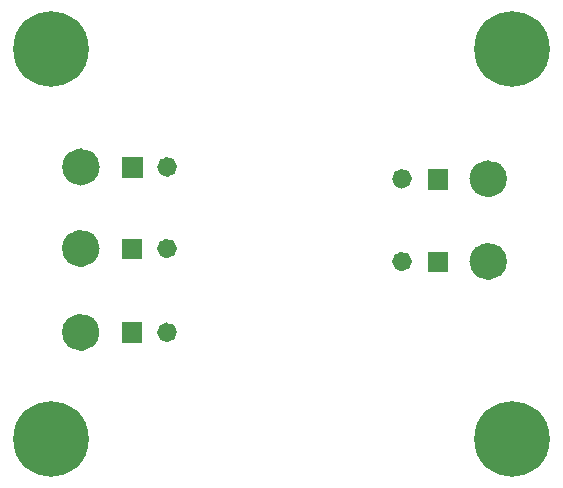
<source format=gbr>
%TF.GenerationSoftware,KiCad,Pcbnew,7.0.1*%
%TF.CreationDate,2023-05-02T18:28:53-06:00*%
%TF.ProjectId,contactor_controller,636f6e74-6163-4746-9f72-5f636f6e7472,rev?*%
%TF.SameCoordinates,Original*%
%TF.FileFunction,Soldermask,Bot*%
%TF.FilePolarity,Negative*%
%FSLAX46Y46*%
G04 Gerber Fmt 4.6, Leading zero omitted, Abs format (unit mm)*
G04 Created by KiCad (PCBNEW 7.0.1) date 2023-05-02 18:28:53*
%MOMM*%
%LPD*%
G01*
G04 APERTURE LIST*
%ADD10C,0.836200*%
%ADD11C,1.576200*%
%ADD12C,0.010000*%
%ADD13C,3.000000*%
%ADD14C,0.800000*%
%ADD15C,6.400000*%
G04 APERTURE END LIST*
D10*
%TO.C,J3*%
X144818100Y-100500000D02*
G75*
G03*
X144818100Y-100500000I-418100J0D01*
G01*
D11*
X152488100Y-100500000D02*
G75*
G03*
X152488100Y-100500000I-788100J0D01*
G01*
D12*
X148236200Y-101336200D02*
X146563800Y-101336200D01*
X146563800Y-99663800D01*
X148236200Y-99663800D01*
X148236200Y-101336200D01*
G36*
X148236200Y-101336200D02*
G01*
X146563800Y-101336200D01*
X146563800Y-99663800D01*
X148236200Y-99663800D01*
X148236200Y-101336200D01*
G37*
D10*
%TO.C,J4*%
X144818100Y-93500000D02*
G75*
G03*
X144818100Y-93500000I-418100J0D01*
G01*
D11*
X152488100Y-93500000D02*
G75*
G03*
X152488100Y-93500000I-788100J0D01*
G01*
D12*
X148236200Y-94336200D02*
X146563800Y-94336200D01*
X146563800Y-92663800D01*
X148236200Y-92663800D01*
X148236200Y-94336200D01*
G36*
X148236200Y-94336200D02*
G01*
X146563800Y-94336200D01*
X146563800Y-92663800D01*
X148236200Y-92663800D01*
X148236200Y-94336200D01*
G37*
D10*
%TO.C,J6*%
X124918100Y-99400000D02*
G75*
G03*
X124918100Y-99400000I-418100J0D01*
G01*
D11*
X117988100Y-99400000D02*
G75*
G03*
X117988100Y-99400000I-788100J0D01*
G01*
D12*
X122336200Y-100236200D02*
X120663800Y-100236200D01*
X120663800Y-98563800D01*
X122336200Y-98563800D01*
X122336200Y-100236200D01*
G36*
X122336200Y-100236200D02*
G01*
X120663800Y-100236200D01*
X120663800Y-98563800D01*
X122336200Y-98563800D01*
X122336200Y-100236200D01*
G37*
D10*
%TO.C,J5*%
X124918100Y-106500000D02*
G75*
G03*
X124918100Y-106500000I-418100J0D01*
G01*
D11*
X117988100Y-106500000D02*
G75*
G03*
X117988100Y-106500000I-788100J0D01*
G01*
D12*
X122336200Y-107336200D02*
X120663800Y-107336200D01*
X120663800Y-105663800D01*
X122336200Y-105663800D01*
X122336200Y-107336200D01*
G36*
X122336200Y-107336200D02*
G01*
X120663800Y-107336200D01*
X120663800Y-105663800D01*
X122336200Y-105663800D01*
X122336200Y-107336200D01*
G37*
D10*
%TO.C,J1*%
X124928100Y-92500000D02*
G75*
G03*
X124928100Y-92500000I-418100J0D01*
G01*
D11*
X117998100Y-92500000D02*
G75*
G03*
X117998100Y-92500000I-788100J0D01*
G01*
D12*
X122346200Y-93336200D02*
X120673800Y-93336200D01*
X120673800Y-91663800D01*
X122346200Y-91663800D01*
X122346200Y-93336200D01*
G36*
X122346200Y-93336200D02*
G01*
X120673800Y-93336200D01*
X120673800Y-91663800D01*
X122346200Y-91663800D01*
X122346200Y-93336200D01*
G37*
%TD*%
D13*
%TO.C,J3*%
X151700000Y-100500000D03*
%TD*%
%TO.C,J4*%
X151700000Y-93500000D03*
%TD*%
%TO.C,J6*%
X117200000Y-99400000D03*
%TD*%
D14*
%TO.C,H4*%
X151300000Y-115500000D03*
X152002944Y-113802944D03*
X152002944Y-117197056D03*
X153700000Y-113100000D03*
D15*
X153700000Y-115500000D03*
D14*
X153700000Y-117900000D03*
X155397056Y-113802944D03*
X155397056Y-117197056D03*
X156100000Y-115500000D03*
%TD*%
%TO.C,H2*%
X112300000Y-115500000D03*
X113002944Y-113802944D03*
X113002944Y-117197056D03*
X114700000Y-113100000D03*
D15*
X114700000Y-115500000D03*
D14*
X114700000Y-117900000D03*
X116397056Y-113802944D03*
X116397056Y-117197056D03*
X117100000Y-115500000D03*
%TD*%
%TO.C,H3*%
X151300000Y-82500000D03*
X152002944Y-80802944D03*
X152002944Y-84197056D03*
X153700000Y-80100000D03*
D15*
X153700000Y-82500000D03*
D14*
X153700000Y-84900000D03*
X155397056Y-80802944D03*
X155397056Y-84197056D03*
X156100000Y-82500000D03*
%TD*%
D13*
%TO.C,J5*%
X117200000Y-106500000D03*
%TD*%
%TO.C,J1*%
X117210000Y-92500000D03*
%TD*%
D14*
%TO.C,H1*%
X112300000Y-82500000D03*
X113002944Y-80802944D03*
X113002944Y-84197056D03*
X114700000Y-80100000D03*
D15*
X114700000Y-82500000D03*
D14*
X114700000Y-84900000D03*
X116397056Y-80802944D03*
X116397056Y-84197056D03*
X117100000Y-82500000D03*
%TD*%
M02*

</source>
